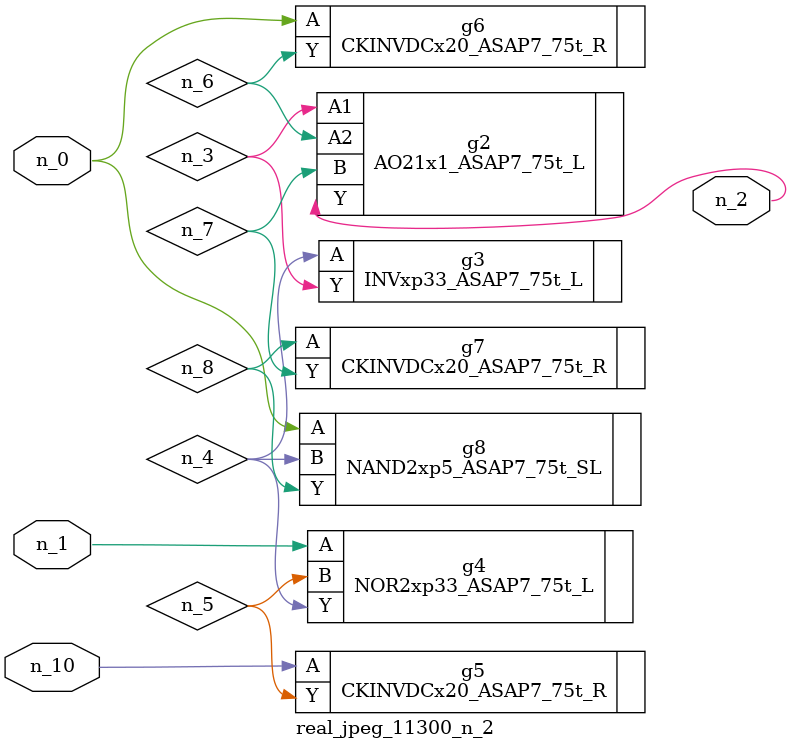
<source format=v>
module real_jpeg_11300_n_2 (n_1, n_10, n_0, n_2);

input n_1;
input n_10;
input n_0;

output n_2;

wire n_5;
wire n_4;
wire n_8;
wire n_6;
wire n_7;
wire n_3;

CKINVDCx20_ASAP7_75t_R g6 ( 
.A(n_0),
.Y(n_6)
);

NAND2xp5_ASAP7_75t_SL g8 ( 
.A(n_0),
.B(n_4),
.Y(n_8)
);

NOR2xp33_ASAP7_75t_L g4 ( 
.A(n_1),
.B(n_5),
.Y(n_4)
);

AO21x1_ASAP7_75t_L g2 ( 
.A1(n_3),
.A2(n_6),
.B(n_7),
.Y(n_2)
);

INVxp33_ASAP7_75t_L g3 ( 
.A(n_4),
.Y(n_3)
);

CKINVDCx20_ASAP7_75t_R g7 ( 
.A(n_8),
.Y(n_7)
);

CKINVDCx20_ASAP7_75t_R g5 ( 
.A(n_10),
.Y(n_5)
);


endmodule
</source>
